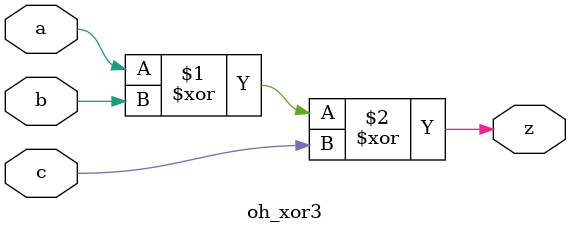
<source format=v>
module oh_xor3(	// file.cleaned.mlir:2:3
  input  a,	// file.cleaned.mlir:2:25
         b,	// file.cleaned.mlir:2:37
         c,	// file.cleaned.mlir:2:49
  output z	// file.cleaned.mlir:2:62
);

  assign z = a ^ b ^ c;	// file.cleaned.mlir:3:10, :4:5
endmodule


</source>
